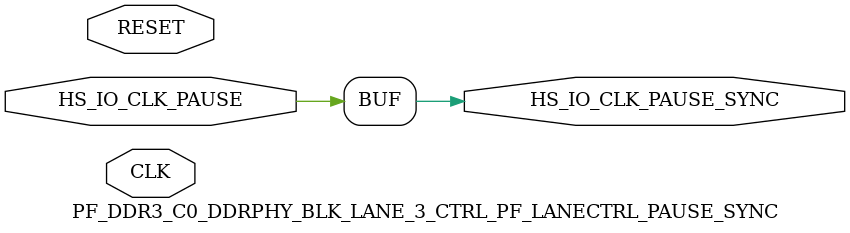
<source format=v>


module PF_DDR3_C0_DDRPHY_BLK_LANE_3_CTRL_PF_LANECTRL_PAUSE_SYNC( CLK, RESET, HS_IO_CLK_PAUSE, HS_IO_CLK_PAUSE_SYNC );
	
	input CLK, RESET, HS_IO_CLK_PAUSE;
	output HS_IO_CLK_PAUSE_SYNC;

	parameter ENABLE_PAUSE_EXTENSION = 2'b00;

	reg pause_reg_0, pause_reg_1, pause;
	wire pause_sync_0_i;

	generate 
		if( ENABLE_PAUSE_EXTENSION == 3'b000 ) begin : feed
			assign HS_IO_CLK_PAUSE_SYNC = HS_IO_CLK_PAUSE;
		end else if( ENABLE_PAUSE_EXTENSION == 3'b001 ) begin : pipe
			(* HS_IO_CLK_PAUSE_SYNC = 1, syn_keep = 1 *) SLE pause_sync_0(
				.CLK( CLK ),
				.D( HS_IO_CLK_PAUSE ),
				.Q( pause_sync_0_i ),
				.LAT( 1'b0 ),
				.EN( 1'b1 ),
				.ALn( ~RESET ),
				.ADn( 1'b1 ),
				.SLn( 1'b1 ),
				.SD( 1'b0 )
				);

			(* HS_IO_CLK_PAUSE_SYNC = 1, syn_keep = 1 *) SLE pause_sync (
				.CLK( CLK ),
				.D( pause_sync_0_i ),
				.Q( HS_IO_CLK_PAUSE_SYNC ),
				.LAT( 1'b0 ),
				.EN( 1'b1 ),
				.ALn( ~RESET ),
				.ADn( 1'b1 ),
				.SLn( 1'b1 ),
				.SD( 1'b0 )
				);
		end else if ( ENABLE_PAUSE_EXTENSION == 3'b010 ) begin : ext_pipe
			always @(posedge CLK or posedge RESET) begin : ext
				if( RESET == 1'b1 ) begin
					pause_reg_0 <= 1'b0;
					pause_reg_1 <= 1'b0;
					pause <= 1'b0;
				end else begin
					pause_reg_0 <= HS_IO_CLK_PAUSE;
					pause_reg_1 <= pause_reg_0;
					if( HS_IO_CLK_PAUSE == 1'b0 && pause_reg_0 ==1'b1 && pause_reg_1 == 1'b0 )
						pause <= 1'b1; // Extend by 1 cycle if the pulse is less than a cycle
					else
						pause <= HS_IO_CLK_PAUSE;
				end
			end

			(* HS_IO_CLK_PAUSE_SYNC = 1, syn_keep = 1 *) SLE pause_sync (
				.CLK( CLK ),
				.D( pause ),
				.Q( HS_IO_CLK_PAUSE_SYNC ),
				.LAT( 1'b0 ),
				.EN( 1'b1 ),
				.ALn( ~RESET ),
				.ADn( 1'b1 ),
				.SLn( 1'b1 ),
				.SD( 1'b0 )
				);
		end else if ( ENABLE_PAUSE_EXTENSION == 3'b011 ) begin : pipe_fall 
			(* HS_IO_CLK_PAUSE_SYNC = 1, syn_keep = 1 *) SLE pause_sync_0 (
				.CLK( CLK ),
				.D( HS_IO_CLK_PAUSE ),
				.Q( pause_sync_0_i ),
				.LAT( 1'b0 ),
				.EN( 1'b1 ),
				.ALn( ~RESET ),
				.ADn( 1'b1 ),
				.SLn( 1'b1 ),
				.SD( 1'b0 )
				);

			(* HS_IO_CLK_PAUSE_SYNC = 1, syn_keep = 1 *) SLE pause_sync (
				.CLK( ~CLK ),
				.D( pause_sync_0_i ),
				.Q( HS_IO_CLK_PAUSE_SYNC ),
				.LAT( 1'b0 ),
				.EN( 1'b1 ),
				.ALn( ~RESET ),
				.ADn( 1'b1 ),
				.SLn( 1'b1 ),
				.SD( 1'b0 )
				);
		end else if ( ENABLE_PAUSE_EXTENSION == 3'b100 ) begin : ext_pipe_fall 
			always @(posedge CLK or posedge RESET) begin : ext
				if( RESET == 1'b1 ) begin
					pause_reg_0 <= 1'b0;
					pause_reg_1 <= 1'b0;
					pause <= 1'b0;
				end else begin
					pause_reg_0 <= HS_IO_CLK_PAUSE;
					pause_reg_1 <= pause_reg_0;
					if( HS_IO_CLK_PAUSE == 1'b0 && pause_reg_0 ==1'b1 && pause_reg_1 == 1'b0 )
						pause <= 1'b1; // Extend by 1 cycle if the pulse is less than a cycle
					else
						pause <= HS_IO_CLK_PAUSE;
				end
			end

			(* HS_IO_CLK_PAUSE_SYNC = 1, syn_keep = 1 *) SLE pause_sync (
				.CLK( ~CLK ),
				.D( pause ),
				.Q( HS_IO_CLK_PAUSE_SYNC ),
				.LAT( 1'b0 ),
				.EN( 1'b1 ),
				.ALn( ~RESET ),
				.ADn( 1'b1 ),
				.SLn( 1'b1 ),
				.SD( 1'b0 )
				);
		end
	endgenerate

endmodule
</source>
